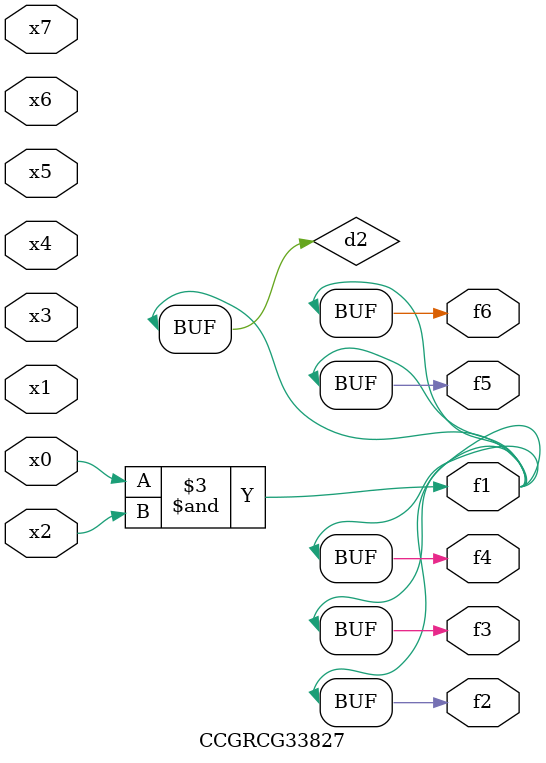
<source format=v>
module CCGRCG33827(
	input x0, x1, x2, x3, x4, x5, x6, x7,
	output f1, f2, f3, f4, f5, f6
);

	wire d1, d2;

	nor (d1, x3, x6);
	and (d2, x0, x2);
	assign f1 = d2;
	assign f2 = d2;
	assign f3 = d2;
	assign f4 = d2;
	assign f5 = d2;
	assign f6 = d2;
endmodule

</source>
